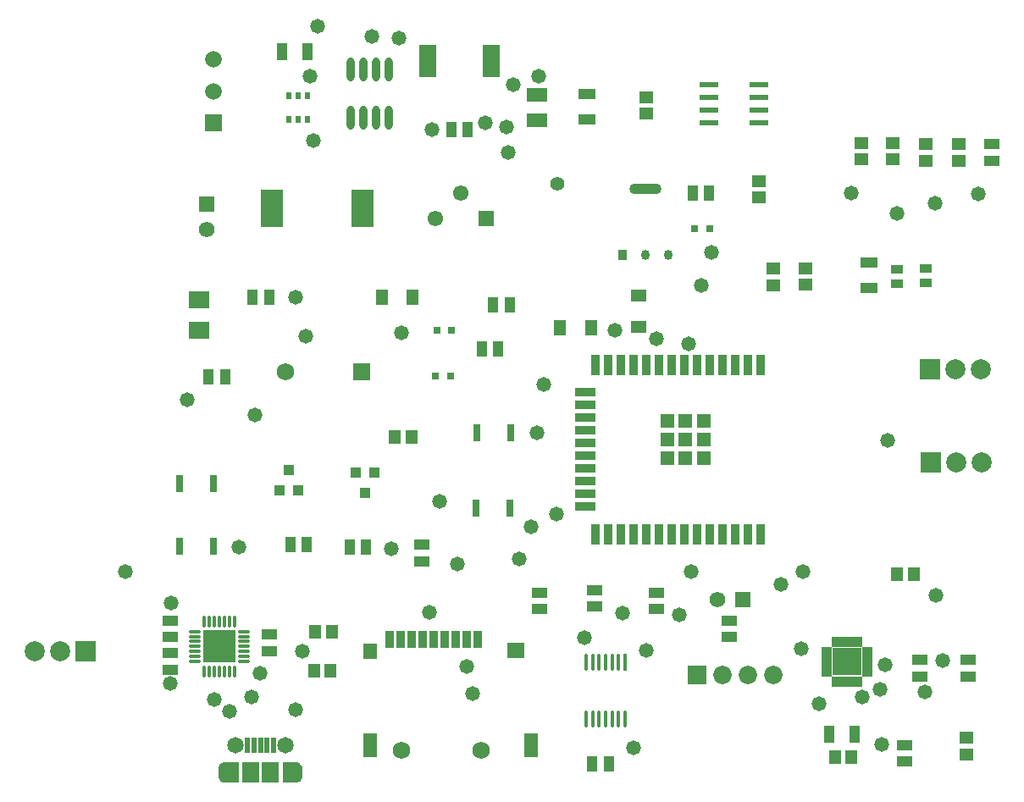
<source format=gbr>
%TF.GenerationSoftware,Altium Limited,Altium Designer,19.0.15 (446)*%
G04 Layer_Color=8388736*
%FSLAX45Y45*%
%MOMM*%
%TF.FileFunction,Soldermask,Top*%
%TF.Part,Single*%
G01*
G75*
%TA.AperFunction,SMDPad,CuDef*%
%ADD11R,0.80000X0.80000*%
%ADD12R,1.15776X1.36062*%
%ADD15R,0.55000X0.80000*%
%ADD18R,0.90000X2.00000*%
%ADD19R,2.00000X0.90000*%
%TA.AperFunction,BGAPad,CuDef*%
%ADD20R,1.33000X1.33000*%
%TA.AperFunction,SMDPad,CuDef*%
%ADD21R,1.10550X1.65822*%
%ADD22R,1.65822X1.10550*%
%ADD24R,1.36062X1.15776*%
%ADD25R,1.26062X0.95776*%
%ADD26R,0.80000X1.70000*%
G04:AMPARAMS|DCode=31|XSize=1.65543mm|YSize=0.38077mm|CornerRadius=0.19038mm|HoleSize=0mm|Usage=FLASHONLY|Rotation=270.000|XOffset=0mm|YOffset=0mm|HoleType=Round|Shape=RoundedRectangle|*
%AMROUNDEDRECTD31*
21,1,1.65543,0.00000,0,0,270.0*
21,1,1.27467,0.38077,0,0,270.0*
1,1,0.38077,0.00000,-0.63733*
1,1,0.38077,0.00000,0.63733*
1,1,0.38077,0.00000,0.63733*
1,1,0.38077,0.00000,-0.63733*
%
%ADD31ROUNDEDRECTD31*%
%ADD32R,0.38077X1.65543*%
%ADD36R,1.50000X1.30000*%
%ADD37R,1.30000X1.50000*%
%ADD40R,1.98000X0.53000*%
%ADD41R,1.72000X3.20000*%
G04:AMPARAMS|DCode=43|XSize=1.00429mm|YSize=3.18213mm|CornerRadius=0.43687mm|HoleSize=0mm|Usage=FLASHONLY|Rotation=90.000|XOffset=0mm|YOffset=0mm|HoleType=Round|Shape=RoundedRectangle|*
%AMROUNDEDRECTD43*
21,1,1.00429,2.30840,0,0,90.0*
21,1,0.13056,3.18213,0,0,90.0*
1,1,0.87373,1.15420,0.06528*
1,1,0.87373,1.15420,-0.06528*
1,1,0.87373,-1.15420,-0.06528*
1,1,0.87373,-1.15420,0.06528*
%
%ADD43ROUNDEDRECTD43*%
G04:AMPARAMS|DCode=44|XSize=1.00429mm|YSize=0.87213mm|CornerRadius=0.43606mm|HoleSize=0mm|Usage=FLASHONLY|Rotation=90.000|XOffset=0mm|YOffset=0mm|HoleType=Round|Shape=RoundedRectangle|*
%AMROUNDEDRECTD44*
21,1,1.00429,0.00000,0,0,90.0*
21,1,0.13216,0.87213,0,0,90.0*
1,1,0.87213,0.00000,0.06608*
1,1,0.87213,0.00000,-0.06608*
1,1,0.87213,0.00000,-0.06608*
1,1,0.87213,0.00000,0.06608*
%
%ADD44ROUNDEDRECTD44*%
%ADD45R,0.87213X1.00429*%
%TA.AperFunction,ComponentPad*%
%ADD56C,1.39000*%
%ADD62C,1.84000*%
%ADD63R,1.84000X1.84000*%
%ADD64C,1.57000*%
%ADD65R,1.57000X1.57000*%
%ADD66R,1.57000X1.57000*%
%ADD67C,1.66680*%
%ADD68R,1.66680X1.66680*%
%ADD71C,1.65320*%
%ADD72R,2.00320X2.00320*%
%ADD73C,2.00320*%
%ADD74C,1.55320*%
%ADD75R,1.55320X1.55320*%
%ADD76C,1.75320*%
%ADD77R,1.75320X1.75320*%
%ADD78C,1.72720*%
%TA.AperFunction,SMDPad,CuDef*%
%ADD79R,1.40320X2.40320*%
%ADD80R,1.80320X1.60320*%
%ADD81R,1.40320X1.60320*%
%ADD82R,0.90320X1.80320*%
%TA.AperFunction,ViaPad*%
%ADD83C,1.47320*%
%ADD84C,0.70320*%
%TA.AperFunction,Conductor*%
%ADD89C,0.70320*%
%TA.AperFunction,SMDPad,CuDef*%
%ADD90R,1.55320X1.05320*%
%ADD91R,2.00320X1.45320*%
%TA.AperFunction,ConnectorPad*%
%ADD92R,1.70320X2.10320*%
%ADD93R,0.60320X1.55320*%
%TA.AperFunction,SMDPad,CuDef*%
%ADD94R,1.05320X1.55320*%
%ADD95R,3.33320X3.33320*%
%ADD96O,1.15320X0.40320*%
%ADD97O,0.40320X1.15320*%
%ADD98R,1.00320X1.10320*%
%ADD99R,2.90320X2.80320*%
%ADD100R,1.00320X0.55320*%
%ADD101R,0.55320X1.05320*%
%ADD102R,2.10320X1.70320*%
%ADD103O,0.80320X2.40320*%
%ADD104R,2.20320X3.70320*%
G36*
X2785229Y839995D02*
X2786535Y839735D01*
X2787796Y839307D01*
X2788991Y838718D01*
X2790098Y837978D01*
X2791100Y837100D01*
X2791978Y836098D01*
X2792718Y834991D01*
X2793307Y833796D01*
X2793735Y832535D01*
X2793995Y831229D01*
X2794082Y829900D01*
Y639900D01*
X2793995Y638571D01*
X2793735Y637265D01*
X2793307Y636004D01*
X2792718Y634809D01*
X2791978Y633702D01*
X2791100Y632700D01*
X2790098Y631822D01*
X2788991Y631082D01*
X2787796Y630493D01*
X2786535Y630065D01*
X2785229Y629805D01*
X2783900Y629718D01*
X2653900D01*
X2652571Y629805D01*
X2651265Y630065D01*
X2650004Y630493D01*
X2648809Y631082D01*
X2647702Y631822D01*
X2646700Y632700D01*
X2645822Y633702D01*
X2645082Y634809D01*
X2644493Y636004D01*
X2644065Y637265D01*
X2643805Y638571D01*
X2643718Y639900D01*
Y679715D01*
X2603902D01*
X2602573Y679803D01*
X2601267Y680062D01*
X2600006Y680490D01*
X2599417Y680781D01*
X2598811Y681079D01*
X2597704Y681819D01*
X2596703Y682697D01*
Y682698D01*
X2596702D01*
X2595824Y683699D01*
X2595084Y684806D01*
X2594786Y685411D01*
X2594495Y686001D01*
X2594067Y687262D01*
X2593807Y688568D01*
X2593720Y689897D01*
X2593718Y779900D01*
Y779900D01*
D01*
X2593805Y781229D01*
X2594065Y782535D01*
X2594493Y783796D01*
X2594783Y784385D01*
X2595082Y784991D01*
X2595822Y786098D01*
X2596700Y787099D01*
X2596700D01*
Y787100D01*
X2597701Y787978D01*
X2598809Y788717D01*
X2599414Y789016D01*
X2600003Y789307D01*
X2601264Y789735D01*
X2602571Y789995D01*
X2603900Y790082D01*
X2603900D01*
D01*
X2643718D01*
Y829900D01*
X2643805Y831229D01*
X2644065Y832535D01*
X2644493Y833796D01*
X2645082Y834991D01*
X2645822Y836098D01*
X2646700Y837100D01*
X2647702Y837978D01*
X2648809Y838718D01*
X2650004Y839307D01*
X2651265Y839735D01*
X2652571Y839995D01*
X2653900Y840082D01*
X2783900D01*
X2785229Y839995D01*
D02*
G37*
G36*
X3375229D02*
X3376535Y839735D01*
X3377796Y839307D01*
X3378991Y838718D01*
X3380098Y837978D01*
X3381100Y837100D01*
X3381978Y836098D01*
X3382718Y834991D01*
X3383307Y833796D01*
X3383735Y832535D01*
X3383995Y831229D01*
X3384082Y829900D01*
Y790085D01*
X3423898D01*
X3425227Y789997D01*
X3426533Y789738D01*
X3427794Y789310D01*
X3428383Y789019D01*
X3428989Y788721D01*
X3430096Y787981D01*
X3431097Y787103D01*
Y787102D01*
X3431098D01*
X3431976Y786101D01*
X3432716Y784994D01*
X3433014Y784389D01*
X3433305Y783799D01*
X3433733Y782538D01*
X3433993Y781232D01*
X3434080Y779903D01*
X3434082Y689900D01*
Y689900D01*
D01*
X3433995Y688571D01*
X3433735Y687265D01*
X3433307Y686004D01*
X3433017Y685415D01*
X3432718Y684809D01*
X3431978Y683702D01*
X3431100Y682701D01*
X3431100D01*
Y682700D01*
X3430099Y681822D01*
X3428991Y681082D01*
X3428386Y680784D01*
X3427797Y680493D01*
X3426536Y680065D01*
X3425229Y679805D01*
X3423900Y679718D01*
X3423900D01*
D01*
X3384082D01*
Y639900D01*
X3383995Y638571D01*
X3383735Y637265D01*
X3383307Y636004D01*
X3382718Y634809D01*
X3381978Y633702D01*
X3381100Y632700D01*
X3380098Y631822D01*
X3378991Y631082D01*
X3377796Y630493D01*
X3376535Y630065D01*
X3375229Y629805D01*
X3373900Y629718D01*
X3243900D01*
X3242571Y629805D01*
X3241265Y630065D01*
X3240004Y630493D01*
X3238809Y631082D01*
X3237702Y631822D01*
X3236700Y632700D01*
X3235822Y633702D01*
X3235082Y634809D01*
X3234493Y636004D01*
X3234065Y637265D01*
X3233805Y638571D01*
X3233718Y639900D01*
Y829900D01*
X3233805Y831229D01*
X3234065Y832535D01*
X3234493Y833796D01*
X3235082Y834991D01*
X3235822Y836098D01*
X3236700Y837100D01*
X3237702Y837978D01*
X3238809Y838718D01*
X3240004Y839307D01*
X3241265Y839735D01*
X3242571Y839995D01*
X3243900Y840082D01*
X3373900D01*
X3375229Y839995D01*
D02*
G37*
D11*
X7504500Y6172200D02*
D03*
X7354500D02*
D03*
X4776400Y5156200D02*
D03*
X4926400D02*
D03*
X4763700Y4699000D02*
D03*
X4913700D02*
D03*
D12*
X3714918Y1752600D02*
D03*
X3549482D02*
D03*
X8921918Y889000D02*
D03*
X8756482D02*
D03*
X4357000Y4089400D02*
D03*
X4522437D02*
D03*
X3562182Y2143900D02*
D03*
X3727618D02*
D03*
X9544218Y2717800D02*
D03*
X9378782D02*
D03*
D15*
X3295900Y7258700D02*
D03*
X3390900D02*
D03*
X3485900D02*
D03*
Y7498700D02*
D03*
X3390900D02*
D03*
X3295900D02*
D03*
D18*
X8013700Y4811500D02*
D03*
X7886700D02*
D03*
X7759700D02*
D03*
X7632700D02*
D03*
X7505700D02*
D03*
X7378700D02*
D03*
X7251700D02*
D03*
X7124700D02*
D03*
X6997700D02*
D03*
X6870700D02*
D03*
X6743700D02*
D03*
X6616700D02*
D03*
X6489700D02*
D03*
X6362700D02*
D03*
Y3111500D02*
D03*
X6489700D02*
D03*
X6616700D02*
D03*
X6743700D02*
D03*
X6870700D02*
D03*
X6997700D02*
D03*
X7124700D02*
D03*
X7251700D02*
D03*
X7378700D02*
D03*
X7505700D02*
D03*
X7632700D02*
D03*
X7759700D02*
D03*
X7886700D02*
D03*
X8013700D02*
D03*
D19*
X6262700Y4533000D02*
D03*
Y4406000D02*
D03*
Y4279000D02*
D03*
Y4152000D02*
D03*
Y4025000D02*
D03*
Y3898000D02*
D03*
Y3771000D02*
D03*
Y3644000D02*
D03*
Y3517000D02*
D03*
Y3390000D02*
D03*
D20*
X7447200Y4245000D02*
D03*
Y4061500D02*
D03*
Y3878000D02*
D03*
X7263700Y4245000D02*
D03*
Y4061500D02*
D03*
Y3878000D02*
D03*
X7080200Y4245000D02*
D03*
Y4061500D02*
D03*
Y3878000D02*
D03*
D21*
X8694664Y1117600D02*
D03*
X8949936D02*
D03*
X3485900Y7937500D02*
D03*
X3230628D02*
D03*
D22*
X9093200Y5574664D02*
D03*
Y5829936D02*
D03*
X6273800Y7263764D02*
D03*
Y7519036D02*
D03*
D24*
X7993500Y6648618D02*
D03*
Y6483182D02*
D03*
X9017000Y7029618D02*
D03*
Y6864182D02*
D03*
X9664700Y7016918D02*
D03*
Y6851482D02*
D03*
X9994900Y7016918D02*
D03*
Y6851482D02*
D03*
X9334500Y7029618D02*
D03*
Y6864182D02*
D03*
X6870700Y7483818D02*
D03*
Y7318382D02*
D03*
X8458200Y5775168D02*
D03*
Y5609731D02*
D03*
X8140700Y5772318D02*
D03*
Y5606882D02*
D03*
X10069900Y1079500D02*
D03*
Y914063D02*
D03*
D25*
X9664700Y5629582D02*
D03*
Y5775018D02*
D03*
X9372600Y5620363D02*
D03*
Y5765800D02*
D03*
D26*
X2540799Y3619500D02*
D03*
X2200799D02*
D03*
X2540799Y2997200D02*
D03*
X2200799D02*
D03*
X5164000Y3378200D02*
D03*
X5504000D02*
D03*
X5176700Y4127500D02*
D03*
X5516700D02*
D03*
D31*
X6659300Y1266862D02*
D03*
X6594300D02*
D03*
X6529300D02*
D03*
X6464300D02*
D03*
X6399300D02*
D03*
X6334300D02*
D03*
X6269300D02*
D03*
Y1831938D02*
D03*
X6334300D02*
D03*
X6399300D02*
D03*
X6464300D02*
D03*
X6529300D02*
D03*
X6594300D02*
D03*
D32*
X6659300D02*
D03*
D36*
X6794500Y5501700D02*
D03*
Y5191700D02*
D03*
D37*
X6317100Y5181600D02*
D03*
X6007100D02*
D03*
X4226500Y5486400D02*
D03*
X4536500D02*
D03*
D40*
X7993500Y7607300D02*
D03*
Y7480300D02*
D03*
Y7353300D02*
D03*
Y7226300D02*
D03*
X7500500D02*
D03*
Y7353300D02*
D03*
Y7480300D02*
D03*
Y7607300D02*
D03*
D41*
X4683300Y7848600D02*
D03*
X5324300D02*
D03*
D43*
X6858000Y6565200D02*
D03*
D44*
X7087000Y5906200D02*
D03*
X6858000D02*
D03*
D45*
X6629000D02*
D03*
D56*
X5982300Y6616700D02*
D03*
D62*
X8140700Y1712500D02*
D03*
X7886700D02*
D03*
X7632700D02*
D03*
D63*
X7378700D02*
D03*
D64*
X7581900Y2463800D02*
D03*
X2476500Y6159500D02*
D03*
D65*
X7835900Y2463800D02*
D03*
D66*
X2476500Y6413500D02*
D03*
D67*
X2540799Y7866380D02*
D03*
Y7546340D02*
D03*
D68*
Y7226300D02*
D03*
D71*
X2763900Y1004900D02*
D03*
X3263900D02*
D03*
D72*
X9702800Y4762500D02*
D03*
X1261900Y1942600D02*
D03*
X9715500Y3835400D02*
D03*
D73*
X9956800Y4762500D02*
D03*
X10210800D02*
D03*
X753900Y1942600D02*
D03*
X1007900D02*
D03*
X10223500Y3835400D02*
D03*
X9969500D02*
D03*
D74*
X4763700Y6273800D02*
D03*
X5017700Y6527800D02*
D03*
D75*
X5271700Y6273800D02*
D03*
D76*
X3263900Y4737100D02*
D03*
D77*
X4025900D02*
D03*
D78*
X4420700Y957300D02*
D03*
X5218700D02*
D03*
D79*
X4106200Y1002300D02*
D03*
X5721200D02*
D03*
D80*
X5568700Y1954800D02*
D03*
D81*
X4106200Y1944800D02*
D03*
D82*
X5073700Y2064800D02*
D03*
X5183700D02*
D03*
X4853700D02*
D03*
X4523700D02*
D03*
X4413700D02*
D03*
X4303700D02*
D03*
X4743700D02*
D03*
X4633700D02*
D03*
X4963700D02*
D03*
D83*
X5073700Y1790600D02*
D03*
X2921000Y1485900D02*
D03*
X2703500Y1346200D02*
D03*
X2553500Y1460500D02*
D03*
X2108200Y1625600D02*
D03*
X2120900Y2425700D02*
D03*
X9834572Y1854200D02*
D03*
X9376535Y6324600D02*
D03*
X10185400Y6515100D02*
D03*
X8915400Y6527800D02*
D03*
X9753600Y6426200D02*
D03*
X9220200Y1016000D02*
D03*
X9029700Y1487100D02*
D03*
X9283700Y4051300D02*
D03*
X8432800Y2743200D02*
D03*
X9766300Y2507100D02*
D03*
X6743700Y977900D02*
D03*
X5130800Y1524000D02*
D03*
X6870700Y1955800D02*
D03*
X3505200Y7696200D02*
D03*
X4724400Y7160665D02*
D03*
X3546800Y7048500D02*
D03*
X5257800Y7226300D02*
D03*
X5472160Y7188200D02*
D03*
X5791200Y7696200D02*
D03*
X1663700Y2743200D02*
D03*
X9207500Y1562100D02*
D03*
X8597900Y1422400D02*
D03*
X9258300Y1814200D02*
D03*
X8420100Y1968500D02*
D03*
X3429000Y1942000D02*
D03*
X3009900Y1727200D02*
D03*
X3467100Y5092700D02*
D03*
X3365500Y5486400D02*
D03*
X2284900Y4457700D02*
D03*
X4800600Y3441700D02*
D03*
X4978400Y2819400D02*
D03*
X9652000Y1536700D02*
D03*
X5969000Y3314700D02*
D03*
X7416800Y5600700D02*
D03*
X7315200Y2743200D02*
D03*
X5600700Y2870200D02*
D03*
X5721200Y3187700D02*
D03*
X6553200Y5156200D02*
D03*
X6972300Y5067300D02*
D03*
X7289800Y5016500D02*
D03*
X7518400Y5930900D02*
D03*
X5537200Y7607300D02*
D03*
X3581400Y8191500D02*
D03*
X4394200Y8077200D02*
D03*
X5486400Y6934200D02*
D03*
X4127500Y8089900D02*
D03*
X4420700Y5130800D02*
D03*
X5842000Y4610100D02*
D03*
X5778500Y4127500D02*
D03*
X8216900Y2616200D02*
D03*
X6248400Y2082800D02*
D03*
X4699000Y2336800D02*
D03*
X6629400Y2324100D02*
D03*
X7200900Y2311400D02*
D03*
X2959100Y4305300D02*
D03*
X2794000Y2984500D02*
D03*
X4318000Y2972600D02*
D03*
X3365500Y1358900D02*
D03*
D84*
X2713500Y2103900D02*
D03*
Y1993900D02*
D03*
Y1883900D02*
D03*
X2603500Y2103900D02*
D03*
Y1993900D02*
D03*
Y1883900D02*
D03*
X2493500Y2103900D02*
D03*
Y1993900D02*
D03*
Y1883900D02*
D03*
X8822300Y1896500D02*
D03*
X8932300D02*
D03*
Y1786500D02*
D03*
X8822300D02*
D03*
D89*
X3398900Y689900D02*
G03*
X3398900Y689900I-25000J0D01*
G01*
X2678900Y689900D02*
G03*
X2678900Y689900I-25000J0D01*
G01*
X2663900Y756987D02*
G03*
X2678900Y779900I-10000J22913D01*
G01*
X3363900Y756987D02*
G03*
X3398900Y779900I10000J22913D01*
G01*
X3363900Y802813D02*
G03*
X3363900Y756987I10000J-22913D01*
G01*
X3398900Y779900D02*
G03*
X3363900Y802813I-25000J0D01*
G01*
X2678900Y779900D02*
G03*
X2664588Y802500I-25000J0D01*
G01*
D02*
G03*
X2663900Y802813I-10688J-22600D01*
G01*
X2651800Y754988D02*
G03*
X2663900Y756987I2100J24912D01*
G01*
X2651800Y804811D02*
G03*
X2651800Y754988I2100J-24912D01*
G01*
X2663900Y802813D02*
G03*
X2651800Y804811I-10000J-22913D01*
G01*
D90*
X7696200Y2254200D02*
D03*
Y2089200D02*
D03*
X3101800Y1949500D02*
D03*
Y2114500D02*
D03*
X2108200Y2254200D02*
D03*
Y2089200D02*
D03*
Y1761400D02*
D03*
Y1926400D02*
D03*
X10325100Y6851700D02*
D03*
Y7016700D02*
D03*
X4624700Y2844900D02*
D03*
Y3009900D02*
D03*
X6972300Y2533600D02*
D03*
Y2368600D02*
D03*
X9603100Y1695500D02*
D03*
Y1860500D02*
D03*
X6350000Y2559000D02*
D03*
Y2394000D02*
D03*
X10083800Y1695500D02*
D03*
Y1860500D02*
D03*
X5803900Y2533600D02*
D03*
Y2368600D02*
D03*
X9448800Y844600D02*
D03*
Y1009600D02*
D03*
D91*
X5778500Y7251200D02*
D03*
Y7506200D02*
D03*
D92*
X3113900Y734900D02*
D03*
X2913900D02*
D03*
D93*
X3143900Y1004900D02*
D03*
X3078900D02*
D03*
X3013900D02*
D03*
X2948900D02*
D03*
X2883900D02*
D03*
D94*
X3098700Y5480910D02*
D03*
X2933700D02*
D03*
X5505400Y5410200D02*
D03*
X5340400D02*
D03*
X5391100Y4972600D02*
D03*
X5226100D02*
D03*
X5086300Y7162800D02*
D03*
X4921300D02*
D03*
X2495600Y4690400D02*
D03*
X2660600D02*
D03*
X3310399Y3012600D02*
D03*
X3475399D02*
D03*
X3905300Y2984500D02*
D03*
X4070300D02*
D03*
X6331000Y822800D02*
D03*
X6496000D02*
D03*
X7334300Y6527800D02*
D03*
X7499300D02*
D03*
D95*
X2603500Y1993900D02*
D03*
D96*
X2356000Y1843900D02*
D03*
Y1893900D02*
D03*
Y1943900D02*
D03*
Y1993900D02*
D03*
Y2043900D02*
D03*
Y2093900D02*
D03*
Y2143900D02*
D03*
X2851000D02*
D03*
Y2093900D02*
D03*
Y2043900D02*
D03*
Y1993900D02*
D03*
Y1943900D02*
D03*
Y1893900D02*
D03*
Y1843900D02*
D03*
D97*
X2453500Y2241400D02*
D03*
X2503500D02*
D03*
X2553500D02*
D03*
X2603500D02*
D03*
X2653500D02*
D03*
X2703500D02*
D03*
X2753500D02*
D03*
Y1746400D02*
D03*
X2703500D02*
D03*
X2653500D02*
D03*
X2603500D02*
D03*
X2553500D02*
D03*
X2503500D02*
D03*
X2453500D02*
D03*
D98*
X3202899Y3557600D02*
D03*
X3392899D02*
D03*
X3297899Y3757600D02*
D03*
X4153699Y3732200D02*
D03*
X3963699D02*
D03*
X4058699Y3532200D02*
D03*
D99*
X8877300Y1841500D02*
D03*
D100*
X9077300Y1716500D02*
D03*
Y1766500D02*
D03*
Y1816500D02*
D03*
Y1866500D02*
D03*
Y1916500D02*
D03*
Y1966500D02*
D03*
X8677300Y1716500D02*
D03*
Y1766500D02*
D03*
Y1816500D02*
D03*
Y1866500D02*
D03*
Y1916500D02*
D03*
Y1966500D02*
D03*
D101*
X9002300Y2039000D02*
D03*
X8952300D02*
D03*
X8902300D02*
D03*
X8852300D02*
D03*
X8802300D02*
D03*
X8752300D02*
D03*
X9002300Y1644000D02*
D03*
X8952300D02*
D03*
X8902300D02*
D03*
X8852300D02*
D03*
X8802300D02*
D03*
X8752300D02*
D03*
D102*
X2400300Y5158600D02*
D03*
Y5458600D02*
D03*
D103*
X3911600Y7279036D02*
D03*
X4038600D02*
D03*
X4165600D02*
D03*
X4292600D02*
D03*
X3911600Y7759036D02*
D03*
X4038600D02*
D03*
X4165600D02*
D03*
X4292600D02*
D03*
D104*
X3131400Y6375400D02*
D03*
X4031400D02*
D03*
%TF.MD5,886310dda8d8ea91d94f4787e561b185*%
M02*

</source>
